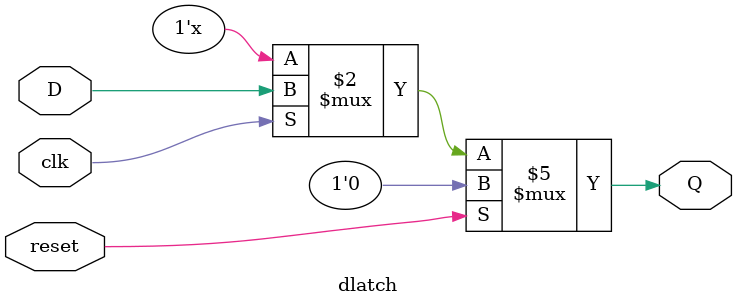
<source format=v>
module dff_structural(input D, clk, reset, output Q);
  wire Qm;

  // Master latch
  dlatch master (.D(D), .clk(~clk), .reset(reset), .Q(Qm));
  // Slave latch
  dlatch slave  (.D(Qm), .clk(clk),  .reset(reset), .Q(Q));

endmodule

// D Latch module for structural modeling
module dlatch(input D, clk, reset, output reg Q);
  always @(clk or reset or D) begin
    if (reset)
      Q <= 0;
    else if (clk)
      Q <= D;
  end
endmodule

</source>
